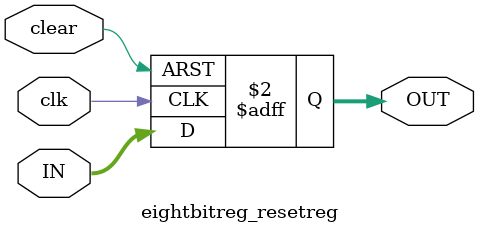
<source format=v>
`timescale 1ns / 1ps

module eightbitreg_resetreg(
                                input [7:0] IN,
                                input clk,
                                input clear,
                                output reg [7:0] OUT

    );
    
always @(posedge clk or posedge clear)
begin
if(clear)
OUT <= 0;
else
OUT <= IN;
end
endmodule

</source>
